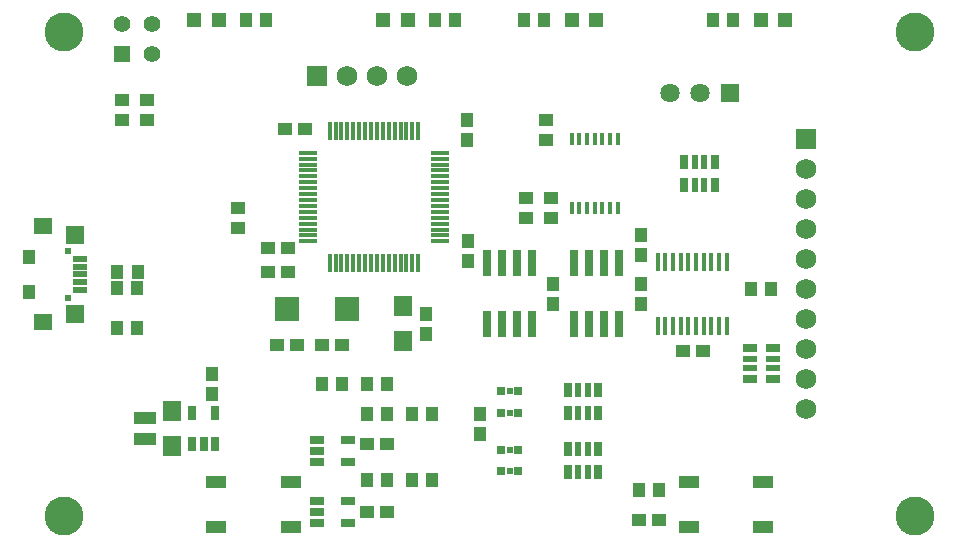
<source format=gts>
G75*
%MOIN*%
%OFA0B0*%
%FSLAX25Y25*%
%IPPOS*%
%LPD*%
%AMOC8*
5,1,8,0,0,1.08239X$1,22.5*
%
%ADD10R,0.05124X0.05124*%
%ADD11R,0.04337X0.04731*%
%ADD12R,0.07408X0.04416*%
%ADD13R,0.05912X0.06699*%
%ADD14R,0.01772X0.03937*%
%ADD15R,0.04731X0.04337*%
%ADD16R,0.02565X0.05124*%
%ADD17R,0.05124X0.02565*%
%ADD18R,0.02132X0.04928*%
%ADD19R,0.02880X0.04928*%
%ADD20R,0.02762X0.09061*%
%ADD21R,0.01778X0.06030*%
%ADD22R,0.06109X0.01463*%
%ADD23R,0.01463X0.06109*%
%ADD24R,0.05550X0.05550*%
%ADD25C,0.05550*%
%ADD26R,0.08400X0.08400*%
%ADD27C,0.12998*%
%ADD28R,0.07093X0.04337*%
%ADD29R,0.06825X0.06825*%
%ADD30C,0.06825*%
%ADD31R,0.06306X0.05715*%
%ADD32R,0.05912X0.05912*%
%ADD33R,0.05124X0.01975*%
%ADD34C,0.02369*%
%ADD35R,0.06837X0.06837*%
%ADD36C,0.06837*%
%ADD37R,0.02762X0.02762*%
%ADD38R,0.01975X0.02369*%
%ADD39R,0.04928X0.02132*%
%ADD40R,0.04928X0.02880*%
%ADD41R,0.06424X0.06424*%
%ADD42C,0.06424*%
D10*
X0113039Y0235814D03*
X0121307Y0235814D03*
X0176031Y0235814D03*
X0184299Y0235814D03*
X0239024Y0235814D03*
X0247291Y0235814D03*
X0302016Y0235814D03*
X0310283Y0235814D03*
D11*
X0292764Y0235814D03*
X0286071Y0235814D03*
X0229772Y0235814D03*
X0223079Y0235814D03*
X0200244Y0235814D03*
X0193551Y0235814D03*
X0204181Y0202608D03*
X0204181Y0195915D03*
X0204606Y0162145D03*
X0204606Y0155452D03*
X0190431Y0138058D03*
X0190431Y0131365D03*
X0177528Y0114711D03*
X0170835Y0114711D03*
X0162528Y0114711D03*
X0155835Y0114711D03*
X0170835Y0104711D03*
X0177528Y0104711D03*
X0185835Y0104711D03*
X0192528Y0104711D03*
X0208531Y0104608D03*
X0208531Y0097915D03*
X0192528Y0082524D03*
X0185835Y0082524D03*
X0177528Y0082524D03*
X0170835Y0082524D03*
X0119181Y0111365D03*
X0119181Y0118058D03*
X0094278Y0133111D03*
X0087585Y0133111D03*
X0087585Y0146643D03*
X0087622Y0151830D03*
X0094315Y0151830D03*
X0094278Y0146643D03*
X0058229Y0145263D03*
X0058229Y0157074D03*
X0130559Y0235814D03*
X0137252Y0235814D03*
X0261994Y0164308D03*
X0261994Y0157615D03*
X0261994Y0148058D03*
X0261994Y0141365D03*
X0232931Y0141365D03*
X0232931Y0148058D03*
X0298866Y0146168D03*
X0305559Y0146168D03*
X0268228Y0079211D03*
X0261535Y0079211D03*
D12*
X0096681Y0096207D03*
X0096681Y0103215D03*
D13*
X0105744Y0105617D03*
X0105744Y0093806D03*
X0182931Y0128806D03*
X0182931Y0140617D03*
D14*
X0239004Y0173196D03*
X0241563Y0173196D03*
X0244122Y0173196D03*
X0246681Y0173196D03*
X0249240Y0173196D03*
X0251799Y0173196D03*
X0254358Y0173196D03*
X0254358Y0196227D03*
X0251799Y0196227D03*
X0249240Y0196227D03*
X0246681Y0196227D03*
X0244122Y0196227D03*
X0241563Y0196227D03*
X0239004Y0196227D03*
D15*
X0230581Y0195915D03*
X0230581Y0202608D03*
X0232294Y0176533D03*
X0232294Y0169840D03*
X0223706Y0169840D03*
X0223706Y0176533D03*
X0150028Y0199711D03*
X0143335Y0199711D03*
X0127681Y0173208D03*
X0127681Y0166515D03*
X0137710Y0160024D03*
X0144403Y0160024D03*
X0144403Y0151899D03*
X0137710Y0151899D03*
X0140835Y0127524D03*
X0147528Y0127524D03*
X0155835Y0127524D03*
X0162528Y0127524D03*
X0170835Y0094711D03*
X0177528Y0094711D03*
X0177528Y0071899D03*
X0170835Y0071899D03*
X0261535Y0069411D03*
X0268228Y0069411D03*
X0276235Y0125761D03*
X0282928Y0125761D03*
X0097306Y0202665D03*
X0097306Y0209358D03*
X0089181Y0209358D03*
X0089181Y0202665D03*
D16*
X0112628Y0104830D03*
X0120109Y0104830D03*
X0120109Y0094593D03*
X0116369Y0094593D03*
X0112628Y0094593D03*
D17*
X0154063Y0095952D03*
X0154063Y0092211D03*
X0154063Y0088471D03*
X0164299Y0088471D03*
X0164299Y0095952D03*
X0164299Y0075639D03*
X0154063Y0075639D03*
X0154063Y0071899D03*
X0154063Y0068159D03*
X0164299Y0068159D03*
D18*
X0241256Y0085173D03*
X0244406Y0085173D03*
X0244406Y0092850D03*
X0241256Y0092850D03*
X0241256Y0104773D03*
X0244406Y0104773D03*
X0244406Y0112450D03*
X0241256Y0112450D03*
X0280106Y0180873D03*
X0283256Y0180873D03*
X0283256Y0188550D03*
X0280106Y0188550D03*
D19*
X0276583Y0188550D03*
X0276583Y0180873D03*
X0286780Y0180873D03*
X0286780Y0188550D03*
X0247930Y0112450D03*
X0237733Y0112450D03*
X0237733Y0104773D03*
X0247930Y0104773D03*
X0247930Y0092850D03*
X0237733Y0092850D03*
X0237733Y0085173D03*
X0247930Y0085173D03*
D20*
X0249806Y0134475D03*
X0244806Y0134475D03*
X0239806Y0134475D03*
X0225744Y0134475D03*
X0220744Y0134475D03*
X0215744Y0134475D03*
X0210744Y0134475D03*
X0210744Y0154948D03*
X0215744Y0154948D03*
X0220744Y0154948D03*
X0225744Y0154948D03*
X0239806Y0154948D03*
X0244806Y0154948D03*
X0249806Y0154948D03*
X0254806Y0154948D03*
X0254806Y0134475D03*
D21*
X0267665Y0134081D03*
X0270224Y0134081D03*
X0272783Y0134081D03*
X0275343Y0134081D03*
X0277902Y0134081D03*
X0280461Y0134081D03*
X0283020Y0134081D03*
X0285579Y0134081D03*
X0288138Y0134081D03*
X0290697Y0134081D03*
X0290697Y0155341D03*
X0288138Y0155341D03*
X0285579Y0155341D03*
X0283020Y0155341D03*
X0280461Y0155341D03*
X0277902Y0155341D03*
X0275343Y0155341D03*
X0272783Y0155341D03*
X0270224Y0155341D03*
X0267665Y0155341D03*
D22*
X0195264Y0162152D03*
X0195264Y0164121D03*
X0195264Y0166089D03*
X0195264Y0168058D03*
X0195264Y0170026D03*
X0195264Y0171995D03*
X0195264Y0173963D03*
X0195264Y0175932D03*
X0195264Y0177900D03*
X0195264Y0179869D03*
X0195264Y0181837D03*
X0195264Y0183806D03*
X0195264Y0185774D03*
X0195264Y0187743D03*
X0195264Y0189711D03*
X0195264Y0191680D03*
X0150972Y0191680D03*
X0150972Y0189711D03*
X0150972Y0187743D03*
X0150972Y0185774D03*
X0150972Y0183806D03*
X0150972Y0181837D03*
X0150972Y0179869D03*
X0150972Y0177900D03*
X0150972Y0175932D03*
X0150972Y0173963D03*
X0150972Y0171995D03*
X0150972Y0170026D03*
X0150972Y0168058D03*
X0150972Y0166089D03*
X0150972Y0164121D03*
X0150972Y0162152D03*
D23*
X0158354Y0154770D03*
X0160323Y0154770D03*
X0162291Y0154770D03*
X0164260Y0154770D03*
X0166228Y0154770D03*
X0168197Y0154770D03*
X0170165Y0154770D03*
X0172134Y0154770D03*
X0174102Y0154770D03*
X0176071Y0154770D03*
X0178039Y0154770D03*
X0180008Y0154770D03*
X0181976Y0154770D03*
X0183945Y0154770D03*
X0185913Y0154770D03*
X0187882Y0154770D03*
X0187882Y0199062D03*
X0185913Y0199062D03*
X0183945Y0199062D03*
X0181976Y0199062D03*
X0180008Y0199062D03*
X0178039Y0199062D03*
X0176071Y0199062D03*
X0174102Y0199062D03*
X0172134Y0199062D03*
X0170165Y0199062D03*
X0168197Y0199062D03*
X0166228Y0199062D03*
X0164260Y0199062D03*
X0162291Y0199062D03*
X0160323Y0199062D03*
X0158354Y0199062D03*
D24*
X0089181Y0224711D03*
D25*
X0099181Y0224711D03*
X0099181Y0234711D03*
X0089181Y0234711D03*
D26*
X0144181Y0139711D03*
X0164181Y0139711D03*
D27*
X0069929Y0070459D03*
X0069929Y0231877D03*
X0353394Y0231877D03*
X0353394Y0070459D03*
D28*
X0302803Y0066916D03*
X0302803Y0081877D03*
X0278000Y0081877D03*
X0278000Y0066916D03*
X0145323Y0066916D03*
X0145323Y0081877D03*
X0120520Y0081877D03*
X0120520Y0066916D03*
D29*
X0154281Y0217261D03*
D30*
X0164281Y0217261D03*
X0174281Y0217261D03*
X0184281Y0217261D03*
D31*
X0062756Y0167211D03*
X0062756Y0135125D03*
D32*
X0073386Y0137979D03*
X0073386Y0164357D03*
D33*
X0075197Y0156286D03*
X0075197Y0153727D03*
X0075197Y0151168D03*
X0075197Y0148609D03*
X0075197Y0146050D03*
D34*
X0071221Y0143294D03*
X0071221Y0159042D03*
D35*
X0317134Y0196168D03*
D36*
X0317134Y0186168D03*
X0317134Y0176168D03*
X0317134Y0166168D03*
X0317134Y0156168D03*
X0317134Y0146168D03*
X0317134Y0136168D03*
X0317134Y0126168D03*
X0317134Y0116168D03*
X0317134Y0106168D03*
D37*
X0221284Y0105068D03*
X0215378Y0105068D03*
X0215378Y0112155D03*
X0221284Y0112155D03*
X0221284Y0092555D03*
X0215378Y0092555D03*
X0215378Y0085468D03*
X0221284Y0085468D03*
D38*
X0218331Y0085468D03*
X0218331Y0092555D03*
X0218331Y0105068D03*
X0218331Y0112155D03*
D39*
X0298405Y0119899D03*
X0298405Y0123049D03*
X0306082Y0123049D03*
X0306082Y0119899D03*
D40*
X0306082Y0116375D03*
X0298405Y0116375D03*
X0298405Y0126572D03*
X0306082Y0126572D03*
D41*
X0291831Y0211511D03*
D42*
X0281831Y0211511D03*
X0271831Y0211511D03*
M02*

</source>
